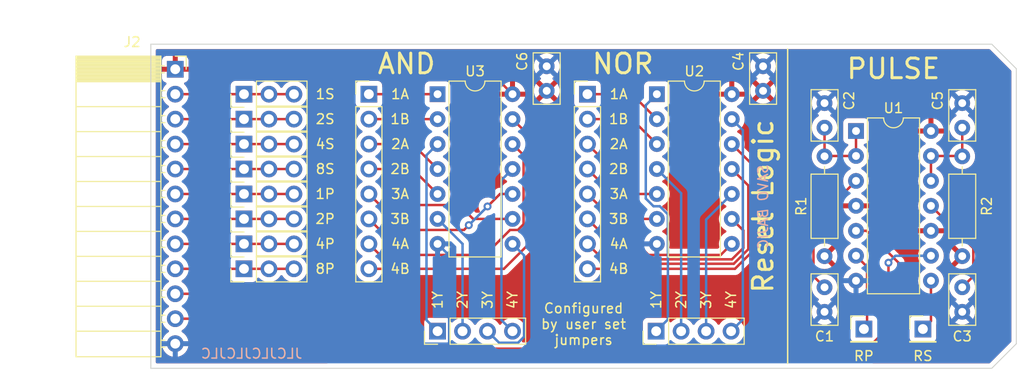
<source format=kicad_pcb>
(kicad_pcb (version 20211014) (generator pcbnew)
  (layers (0 "F.Cu" signal) (31 "B.Cu" signal) (34 "B.Paste" user) (35 "F.Paste" user) (36 "B.SilkS" user "B.Silkscreen") (37 "F.SilkS" user "F.Silkscreen") (38 "B.Mask" user) (39 "F.Mask" user) (44 "Edge.Cuts" user))
  (net 0 "")
  (net 1 "Net-(C3-Pad2)")
  (net 2 "Net-(C5-Pad1)")
  (net 3 "/RS_{OUT}")
  (net 4 "/RP_{OUT}")
  (net 5 "Net-(C1-Pad2)")
  (net 6 "Net-(C2-Pad1)")
  (net 7 "Net-(J14-Pad1)")
  (net 8 "Net-(J14-Pad2)")
  (net 9 "Net-(J14-Pad3)")
  (net 10 "Net-(J14-Pad4)")
  (net 11 "Net-(J14-Pad5)")
  (net 12 "Net-(J14-Pad6)")
  (net 13 "Net-(J14-Pad7)")
  (net 14 "Net-(J14-Pad8)")
  (net 15 "Net-(J15-Pad1)")
  (net 16 "Net-(J15-Pad2)")
  (net 17 "Net-(J12-Pad1)")
  (net 18 "Net-(J12-Pad2)")
  (net 19 "Net-(J12-Pad3)")
  (net 20 "Net-(J12-Pad4)")
  (net 21 "Net-(J12-Pad5)")
  (net 22 "Net-(J12-Pad6)")
  (net 23 "GND")
  (net 24 "VCC")
  (net 25 "/1S")
  (net 26 "/2S")
  (net 27 "/4S")
  (net 28 "/8S")
  (net 29 "/1P")
  (net 30 "/2P")
  (net 31 "Net-(J12-Pad7)")
  (net 32 "Net-(J12-Pad8)")
  (net 33 "/8P")
  (net 34 "/4P")
  (net 35 "Net-(J13-Pad1)")
  (net 36 "Net-(J13-Pad2)")
  (net 37 "Net-(J13-Pad3)")
  (net 38 "Net-(J13-Pad4)")
  (net 39 "/RP_{TRG}")
  (net 40 "/RS_{TRG}")
  (net 41 "Net-(J15-Pad3)")
  (net 42 "Net-(J15-Pad4)")
  (footprint "Connector_PinHeader_2.54mm:PinHeader_1x08_P2.54mm_Vertical" (layer "F.Cu") (at 112.395 85.09)
    (fp_text reference "J12" hide)
    (fp_text value "ORIN" hide)
    (fp_line (start -1.33 19.11) (end 1.33 19.11) (layer "F.SilkS") (width 0.12))
    (fp_line (start -1.33 -1.33) (end 0 -1.33) (layer "F.SilkS") (width 0.12))
    (fp_line (start -1.33 0) (end -1.33 -1.33) (layer "F.SilkS") (width 0.12))
    (fp_line (start -1.33 1.27) (end 1.33 1.27) (layer "F.SilkS") (width 0.12))
    (fp_line (start -1.33 1.27) (end -1.33 19.11) (layer "F.SilkS") (width 0.12))
    (fp_line (start 1.33 1.27) (end 1.33 19.11) (layer "F.SilkS") (width 0.12))
    (pad "1" thru_hole rect locked (at 0 0) (size 1.7 1.7) (drill 1) (layers *.Cu *.Mask) (net 17 "Net-(J12-Pad1)"))
    (pad "2" thru_hole oval locked (at 0 2.54) (size 1.7 1.7) (drill 1) (layers *.Cu *.Mask) (net 18 "Net-(J12-Pad2)"))
    (pad "3" thru_hole oval locked (at 0 5.08) (size 1.7 1.7) (drill 1) (layers *.Cu *.Mask) (net 19 "Net-(J12-Pad3)"))
    (pad "4" thru_hole oval locked (at 0 7.62) (size 1.7 1.7) (drill 1) (layers *.Cu *.Mask) (net 20 "Net-(J12-Pad4)"))
    (pad "5" thru_hole oval locked (at 0 10.16) (size 1.7 1.7) (drill 1) (layers *.Cu *.Mask) (net 21 "Net-(J12-Pad5)"))
    (pad "6" thru_hole oval locked (at 0 12.7) (size 1.7 1.7) (drill 1) (layers *.Cu *.Mask) (net 22 "Net-(J12-Pad6)"))
    (pad "7" thru_hole oval locked (at 0 15.24) (size 1.7 1.7) (drill 1) (layers *.Cu *.Mask) (net 31 "Net-(J12-Pad7)"))
    (pad "8" thru_hole oval locked (at 0 17.78) (size 1.7 1.7) (drill 1) (layers *.Cu *.Mask) (net 32 "Net-(J12-Pad8)"))
  )
  (footprint "Connector_PinHeader_2.54mm:PinHeader_1x08_P2.54mm_Vertical" (layer "F.Cu") (at 90.17 85.09)
    (fp_text reference "J14" hide)
    (fp_text value "ANDIN" hide)
    (fp_line (start -1.33 0) (end -1.33 -1.33) (layer "F.SilkS") (width 0.12))
    (fp_line (start -1.33 -1.33) (end 0 -1.33) (layer "F.SilkS") (width 0.12))
    (fp_line (start 1.33 1.27) (end 1.33 19.11) (layer "F.SilkS") (width 0.12))
    (fp_line (start -1.33 19.11) (end 1.33 19.11) (layer "F.SilkS") (width 0.12))
    (fp_line (start -1.33 1.27) (end 1.33 1.27) (layer "F.SilkS") (width 0.12))
    (fp_line (start -1.33 1.27) (end -1.33 19.11) (layer "F.SilkS") (width 0.12))
    (pad "1" thru_hole rect locked (at 0 0) (size 1.7 1.7) (drill 1) (layers *.Cu *.Mask) (net 7 "Net-(J14-Pad1)"))
    (pad "2" thru_hole oval locked (at 0 2.54) (size 1.7 1.7) (drill 1) (layers *.Cu *.Mask) (net 8 "Net-(J14-Pad2)"))
    (pad "3" thru_hole oval locked (at 0 5.08) (size 1.7 1.7) (drill 1) (layers *.Cu *.Mask) (net 9 "Net-(J14-Pad3)"))
    (pad "4" thru_hole oval locked (at 0 7.62) (size 1.7 1.7) (drill 1) (layers *.Cu *.Mask) (net 10 "Net-(J14-Pad4)"))
    (pad "5" thru_hole oval locked (at 0 10.16) (size 1.7 1.7) (drill 1) (layers *.Cu *.Mask) (net 11 "Net-(J14-Pad5)"))
    (pad "6" thru_hole oval locked (at 0 12.7) (size 1.7 1.7) (drill 1) (layers *.Cu *.Mask) (net 12 "Net-(J14-Pad6)"))
    (pad "7" thru_hole oval locked (at 0 15.24) (size 1.7 1.7) (drill 1) (layers *.Cu *.Mask) (net 13 "Net-(J14-Pad7)"))
    (pad "8" thru_hole oval locked (at 0 17.78) (size 1.7 1.7) (drill 1) (layers *.Cu *.Mask) (net 14 "Net-(J14-Pad8)"))
  )
  (footprint "Connector_PinHeader_2.54mm:PinHeader_1x04_P2.54mm_Vertical" (layer "F.Cu") (at 97.155 109.22 90)
    (fp_text reference "J15" hide)
    (fp_text value "ADDOUT" hide)
    (fp_line (start -1.33 -1.33) (end 0 -1.33) (layer "F.SilkS") (width 0.12))
    (fp_line (start -1.33 1.27) (end -1.33 8.95) (layer "F.SilkS") (width 0.12))
    (fp_line (start -1.33 8.95) (end 1.33 8.95) (layer "F.SilkS") (width 0.12))
    (fp_line (start 1.33 1.27) (end 1.33 8.95) (layer "F.SilkS") (width 0.12))
    (fp_line (start -1.33 0) (end -1.33 -1.33) (layer "F.SilkS") (width 0.12))
    (fp_line (start -1.33 1.27) (end 1.33 1.27) (layer "F.SilkS") (width 0.12))
    (pad "1" thru_hole rect locked (at 0 0 90) (size 1.7 1.7) (drill 1) (layers *.Cu *.Mask) (net 15 "Net-(J15-Pad1)"))
    (pad "2" thru_hole oval locked (at 0 2.54 90) (size 1.7 1.7) (drill 1) (layers *.Cu *.Mask) (net 16 "Net-(J15-Pad2)"))
    (pad "3" thru_hole oval locked (at 0 5.08 90) (size 1.7 1.7) (drill 1) (layers *.Cu *.Mask) (net 41 "Net-(J15-Pad3)"))
    (pad "4" thru_hole oval locked (at 0 7.62 90) (size 1.7 1.7) (drill 1) (layers *.Cu *.Mask) (net 42 "Net-(J15-Pad4)"))
  )
  (footprint "Connector_PinHeader_2.54mm:PinHeader_1x04_P2.54mm_Vertical" (layer "F.Cu") (at 119.38 109.22 90)
    (fp_text reference "J13" hide)
    (fp_text value "NOROUT" hide)
    (fp_line (start -1.33 -1.33) (end 0 -1.33) (layer "F.SilkS") (width 0.12))
    (fp_line (start -1.33 1.27) (end -1.33 8.95) (layer "F.SilkS") (width 0.12))
    (fp_line (start -1.33 8.95) (end 1.33 8.95) (layer "F.SilkS") (width 0.12))
    (fp_line (start -1.33 0) (end -1.33 -1.33) (layer "F.SilkS") (width 0.12))
    (fp_line (start -1.33 1.27) (end 1.33 1.27) (layer "F.SilkS") (width 0.12))
    (fp_line (start 1.33 1.27) (end 1.33 8.95) (layer "F.SilkS") (width 0.12))
    (pad "1" thru_hole rect locked (at 0 0 90) (size 1.7 1.7) (drill 1) (layers *.Cu *.Mask) (net 35 "Net-(J13-Pad1)"))
    (pad "2" thru_hole oval locked (at 0 2.54 90) (size 1.7 1.7) (drill 1) (layers *.Cu *.Mask) (net 36 "Net-(J13-Pad2)"))
    (pad "3" thru_hole oval locked (at 0 5.08 90) (size 1.7 1.7) (drill 1) (layers *.Cu *.Mask) (net 37 "Net-(J13-Pad3)"))
    (pad "4" thru_hole oval locked (at 0 7.62 90) (size 1.7 1.7) (drill 1) (layers *.Cu *.Mask) (net 38 "Net-(J13-Pad4)"))
  )
  (footprint "Connector_PinHeader_2.54mm:PinHeader_1x03_P2.54mm_Vertical" (layer "F.Cu") (at 77.47 85.09 90)
    (fp_text reference "J3" hide)
    (fp_text value "Conn_01x03_Male" hide)
    (fp_line (start -1.33 1.27) (end 1.33 1.27) (layer "F.SilkS") (width 0.12))
    (fp_line (start -1.33 6.41) (end 1.33 6.41) (layer "F.SilkS") (width 0.12))
    (fp_line (start 1.33 1.27) (end 1.33 6.41) (layer "F.SilkS") (width 0.12))
    (fp_line (start -1.33 1.27) (end -1.33 6.41) (layer "F.SilkS") (width 0.12))
    (fp_line (start -1.33 0) (end -1.33 -1.33) (layer "F.SilkS") (width 0.12))
    (fp_line (start -1.33 -1.33) (end 0 -1.33) (layer "F.SilkS") (width 0.12))
    (pad "1" thru_hole rect locked (at 0 0 90) (size 1.7 1.7) (drill 1) (layers *.Cu *.Mask) (net 25 "/1S"))
    (pad "2" thru_hole oval locked (at 0 2.54 90) (size 1.7 1.7) (drill 1) (layers *.Cu *.Mask) (net 25 "/1S"))
    (pad "3" thru_hole oval locked (at 0 5.08 90) (size 1.7 1.7) (drill 1) (layers *.Cu *.Mask) (net 25 "/1S"))
  )
  (footprint "Connector_PinHeader_2.54mm:PinHeader_1x03_P2.54mm_Vertical" (layer "F.Cu") (at 77.47 87.63 90)
    (fp_text reference "J4" hide)
    (fp_text value "Conn_01x03_Male" hide)
    (fp_line (start 1.33 1.27) (end 1.33 6.41) (layer "F.SilkS") (width 0.12))
    (fp_line (start -1.33 1.27) (end 1.33 1.27) (layer "F.SilkS") (width 0.12))
    (fp_line (start -1.33 6.41) (end 1.33 6.41) (layer "F.SilkS") (width 0.12))
    (fp_line (start -1.33 1.27) (end -1.33 6.41) (layer "F.SilkS") (width 0.12))
    (fp_line (start -1.33 0) (end -1.33 -1.33) (layer "F.SilkS") (width 0.12))
    (fp_line (start -1.33 -1.33) (end 0 -1.33) (layer "F.SilkS") (width 0.12))
    (pad "1" thru_hole rect locked (at 0 0 90) (size 1.7 1.7) (drill 1) (layers *.Cu *.Mask) (net 26 "/2S"))
    (pad "2" thru_hole oval locked (at 0 2.54 90) (size 1.7 1.7) (drill 1) (layers *.Cu *.Mask) (net 26 "/2S"))
    (pad "3" thru_hole oval locked (at 0 5.08 90) (size 1.7 1.7) (drill 1) (layers *.Cu *.Mask) (net 26 "/2S"))
  )
  (footprint "Connector_PinHeader_2.54mm:PinHeader_1x03_P2.54mm_Vertical" (layer "F.Cu") (at 77.47 90.17 90)
    (fp_text reference "J5" hide)
    (fp_text value "Conn_01x03_Male" hide)
    (fp_line (start -1.33 1.27) (end 1.33 1.27) (layer "F.SilkS") (width 0.12))
    (fp_line (start -1.33 1.27) (end -1.33 6.41) (layer "F.SilkS") (width 0.12))
    (fp_line (start -1.33 6.41) (end 1.33 6.41) (layer "F.SilkS") (width 0.12))
    (fp_line (start -1.33 -1.33) (end 0 -1.33) (layer "F.SilkS") (width 0.12))
    (fp_line (start -1.33 0) (end -1.33 -1.33) (layer "F.SilkS") (width 0.12))
    (fp_line (start 1.33 1.27) (end 1.33 6.41) (layer "F.SilkS") (width 0.12))
    (pad "1" thru_hole rect locked (at 0 0 90) (size 1.7 1.7) (drill 1) (layers *.Cu *.Mask) (net 27 "/4S"))
    (pad "2" thru_hole oval locked (at 0 2.54 90) (size 1.7 1.7) (drill 1) (layers *.Cu *.Mask) (net 27 "/4S"))
    (pad "3" thru_hole oval locked (at 0 5.08 90) (size 1.7 1.7) (drill 1) (layers *.Cu *.Mask) (net 27 "/4S"))
  )
  (footprint "Connector_PinHeader_2.54mm:PinHeader_1x03_P2.54mm_Vertical" (layer "F.Cu") (at 77.47 92.71 90)
    (fp_text reference "J6" hide)
    (fp_text value "Conn_01x03_Male" hide)
    (fp_line (start -1.33 0) (end -1.33 -1.33) (layer "F.SilkS") (width 0.12))
    (fp_line (start 1.33 1.27) (end 1.33 6.41) (layer "F.SilkS") (width 0.12))
    (fp_line (start -1.33 6.41) (end 1.33 6.41) (layer "F.SilkS") (width 0.12))
    (fp_line (start -1.33 -1.33) (end 0 -1.33) (layer "F.SilkS") (width 0.12))
    (fp_line (start -1.33 1.27) (end 1.33 1.27) (layer "F.SilkS") (width 0.12))
    (fp_line (start -1.33 1.27) (end -1.33 6.41) (layer "F.SilkS") (width 0.12))
    (pad "1" thru_hole rect locked (at 0 0 90) (size 1.7 1.7) (drill 1) (layers *.Cu *.Mask) (net 28 "/8S"))
    (pad "2" thru_hole oval locked (at 0 2.54 90) (size 1.7 1.7) (drill 1) (layers *.Cu *.Mask) (net 28 "/8S"))
    (pad "3" thru_hole oval locked (at 0 5.08 90) (size 1.7 1.7) (drill 1) (layers *.Cu *.Mask) (net 28 "/8S"))
  )
  (footprint "Connector_PinHeader_2.54mm:PinHeader_1x03_P2.54mm_Vertical" (layer "F.Cu") (at 77.47 95.25 90)
    (fp_text reference "J7" hide)
    (fp_text value "Conn_01x03_Male" hide)
    (fp_line (start -1.33 -1.33) (end 0 -1.33) (layer "F.SilkS") (width 0.12))
    (fp_line (start 1.33 1.27) (end 1.33 6.41) (layer "F.SilkS") (width 0.12))
    (fp_line (start -1.33 0) (end -1.33 -1.33) (layer "F.SilkS") (width 0.12))
    (fp_line (start -1.33 1.27) (end -1.33 6.41) (layer "F.SilkS") (width 0.12))
    (fp_line (start -1.33 6.41) (end 1.33 6.41) (layer "F.SilkS") (width 0.12))
    (fp_line (start -1.33 1.27) (end 1.33 1.27) (layer "F.SilkS") (width 0.12))
    (pad "1" thru_hole rect locked (at 0 0 90) (size 1.7 1.7) (drill 1) (layers *.Cu *.Mask) (net 29 "/1P"))
    (pad "2" thru_hole oval locked (at 0 2.54 90) (size 1.7 1.7) (drill 1) (layers *.Cu *.Mask) (net 29 "/1P"))
    (pad "3" thru_hole oval locked (at 0 5.08 90) (size 1.7 1.7) (drill 1) (layers *.Cu *.Mask) (net 29 "/1P"))
  )
  (footprint "Connector_PinHeader_2.54mm:PinHeader_1x03_P2.54mm_Vertical" (layer "F.Cu") (at 77.47 97.79 90)
    (fp_text reference "J8" hide)
    (fp_text value "Conn_01x03_Male" hide)
    (fp_line (start -1.33 0) (end -1.33 -1.33) (layer "F.SilkS") (width 0.12))
    (fp_line (start -1.33 -1.33) (end 0 -1.33) (layer "F.SilkS") (width 0.12))
    (fp_line (start -1.33 6.41) (end 1.33 6.41) (layer "F.SilkS") (width 0.12))
    (fp_line (start -1.33 1.27) (end -1.33 6.41) (layer "F.SilkS") (width 0.12))
    (fp_line (start 1.33 1.27) (end 1.33 6.41) (layer "F.SilkS") (width 0.12))
    (fp_line (start -1.33 1.27) (end 1.33 1.27) (layer "F.SilkS") (width 0.12))
    (pad "1" thru_hole rect locked (at 0 0 90) (size 1.7 1.7) (drill 1) (layers *.Cu *.Mask) (net 30 "/2P"))
    (pad "2" thru_hole oval locked (at 0 2.54 90) (size 1.7 1.7) (drill 1) (layers *.Cu *.Mask) (net 30 "/2P"))
    (pad "3" thru_hole oval locked (at 0 5.08 90) (size 1.7 1.7) (drill 1) (layers *.Cu *.Mask) (net 30 "/2P"))
  )
  (footprint "Connector_PinSocket_2.54mm:PinSocket_1x12_P2.54mm_Horizontal" (layer "F.Cu") (at 70.485 82.55)
    (fp_text reference "J2" (at -4.38 -2.77) (layer "F.SilkS"))
    (fp_text value "DISP")
    (fp_line (start -1.46 5.44) (end -1.05 5.44) (layer "F.SilkS") (width 0.12))
    (fp_line (start -10.09 6.35) (end -1.46 6.35) (layer "F.SilkS") (width 0.12))
    (fp_line (start -10.09 11.43) (end -1.46 11.43) (layer "F.SilkS") (width 0.12))
    (fp_line (start -1.46 2.9) (end -1.05 2.9) (layer "F.SilkS") (width 0.12))
    (fp_line (start -10.09 -0.97381) (end -1.46 -0.97381) (layer "F.SilkS") (width 0.12))
    (fp_line (start -1.46 17.42) (end -1.05 17.42) (layer "F.SilkS") (width 0.12))
    (fp_line (start -10.09 0.67952) (end -1.46 0.67952) (layer "F.SilkS") (width 0.12))
    (fp_line (start -10.09 1.1519) (end -1.46 1.1519) (layer "F.SilkS") (width 0.12))
    (fp_line (start -1.46 9.8) (end -1.05 9.8) (layer "F.SilkS") (width 0.12))
    (fp_line (start -1.46 23.22) (end -1.05 23.22) (layer "F.SilkS") (width 0.12))
    (fp_line (start -10.09 -1.21) (end -1.46 -1.21) (layer "F.SilkS") (width 0.12))
    (fp_line (start -10.09 0.325235) (end -1.46 0.325235) (layer "F.SilkS") (width 0.12))
    (fp_line (start 1.11 -1.33) (end 1.11 0) (layer "F.SilkS") (width 0.12))
    (fp_line (start -1.46 19.96) (end -1.05 19.96) (layer "F.SilkS") (width 0.12))
    (fp_line (start -1.46 27.58) (end -1.05 27.58) (layer "F.SilkS") (width 0.12))
    (fp_line (start -10.09 8.89) (end -1.46 8.89) (layer "F.SilkS") (width 0.12))
    (fp_line (start -1.46 28.3) (end -1.05 28.3) (layer "F.SilkS") (width 0.12))
    (fp_line (start -1.46 10.52) (end -1.05 10.52) (layer "F.SilkS") (width 0.12))
    (fp_line (start -1.46 15.6) (end -1.05 15.6) (layer "F.SilkS") (width 0.12))
    (fp_line (start -10.09 1.033805) (end -1.46 1.033805) (layer "F.SilkS") (width 0.12))
    (fp_line (start 0 -1.33) (end 1.11 -1.33) (layer "F.SilkS") (width 0.12))
    (fp_line (start -10.09 0.91571) (end -1.46 0.91571) (layer "F.SilkS") (width 0.12))
    (fp_line (start -10.09 0.797615) (end -1.46 0.797615) (layer "F.SilkS") (width 0.12))
    (fp_line (start -1.46 13.06) (end -1.05 13.06) (layer "F.SilkS") (width 0.12))
    (fp_line (start -10.09 3.81) (end -1.46 3.81) (layer "F.SilkS") (width 0.12))
    (fp_line (start -1.46 7.98) (end -1.05 7.98) (layer "F.SilkS") (width 0.12))
    (fp_line (start -10.09 21.59) (end -1.46 21.59) (layer "F.SilkS") (width 0.12))
    (fp_line (start -10.09 1.27) (end -1.46 1.27) (layer "F.SilkS") (width 0.12))
    (fp_line (start -1.46 14.88) (end -1.05 14.88) (layer "F.SilkS") (width 0.12))
    (fp_line (start -1.46 12.34) (end -1.05 12.34) (layer "F.SilkS") (width 0.12))
    (fp_line (start -10.09 26.67) (end -1.46 26.67) (layer "F.SilkS") (width 0.12))
    (fp_line (start -10.09 -1.091905) (end -1.46 -1.091905) (layer "F.SilkS") (width 0.12))
    (fp_line (start -1.46 22.5) (end -1.05 22.5) (layer "F.SilkS") (width 0.12))
    (fp_line (start -10.09 0.089045) (end -1.46 0.089045) (layer "F.SilkS") (width 0.12))
    (fp_line (start -1.46 7.26) (end -1.05 7.26) (layer "F.SilkS") (width 0.12))
    (fp_line (start -1.46 25.04) (end -1.05 25.04) (layer "F.SilkS") (width 0.12))
    (fp_line (start -10.09 -0.619525) (end -1.46 -0.619525) (layer "F.SilkS") (width 0.12))
    (fp_line (start -10.09 -1.33) (end -1.46 -1.33) (layer "F.SilkS") (width 0.12))
    (fp_line (start -1.46 20.68) (end -1.05 20.68) (layer "F.SilkS") (width 0.12))
    (fp_line (start -10.09 0.44333) (end -1.46 0.44333) (layer "F.SilkS") (width 0.12))
    (fp_line (start -10.09 -0.73762) (end -1.46 -0.73762) (layer "F.SilkS") (width 0.12))
    (fp_line (start -10.09 -0.855715) (end -1.46 -0.855715) (layer "F.SilkS") (width 0.12))
    (fp_line (start -1.46 0.36) (end -1.11 0.36) (layer "F.SilkS") (width 0.12))
    (fp_line (start -10.09 -0.50143) (end -1.46 -0.50143) (layer "F.SilkS") (width 0.12))
    (fp_line (start -10.09 -0.147145) (end -1.46 -0.147145) (layer "F.SilkS") (width 0.12))
    (fp_line (start -10.09 13.97) (end -1.46 13.97) (layer "F.SilkS") (width 0.12))
    (fp_line (start -10.09 29.27) (end -1.46 29.27) (layer "F.SilkS") (width 0.12))
    (fp_line (start -10.09 -1.33) (end -10.09 29.27) (layer "F.SilkS") (width 0.12))
    (fp_line (start -10.09 16.51) (end -1.46 16.51) (layer "F.SilkS") (width 0.12))
    (fp_line (start -10.09 24.13) (end -1.46 24.13) (layer "F.SilkS") (width 0.12))
    (fp_line (start -10.09 -0.26524) (end -1.46 -0.26524) (layer "F.SilkS") (width 0.12))
    (fp_line (start -10.09 -0.383335) (end -1.46 -0.383335) (layer "F.SilkS") (width 0.12))
    (fp_line (start -1.46 18.14) (end -1.05 18.14) (layer "F.SilkS") (width 0.12))
    (fp_line (start -1.46 -0.36) (end -1.11 -0.36) (layer "F.SilkS") (width 0.12))
    (fp_line (start -1.46 25.76) (end -1.05 25.76) (layer "F.SilkS") (width 0.12))
    (fp_line (start -1.46 2.18) (end -1.05 2.18) (layer "F.SilkS") (width 0.12))
    (fp_line (start -10.09 19.05) (end -1.46 19.05) (layer "F.SilkS") (width 0.12))
    (fp_line (start -1.46 4.72) (end -1.05 4.72) (layer "F.SilkS") (width 0.12))
    (fp_line (start -1.46 -1.33) (end -1.46 29.27) (layer "F.SilkS") (width 0.12))
    (fp_line (start -10.09 -0.02905) (end -1.46 -0.02905) (layer "F.SilkS") (width 0.12))
    (fp_line (start -10.09 0.561425) (end -1.46 0.561425) (layer "F.SilkS") (width 0.12))
    (fp_line (start -10.09 0.20714) (end -1.46 0.20714) (layer "F.SilkS") (width 0.12))
    (pad "1" thru_hole rect locked (at 0 0) (size 1.7 1.7) (drill 1) (layers *.Cu *.Mask) (net 24 "VCC"))
    (pad "2" thru_hole oval locked (at 0 2.54) (size 1.7 1.7) (drill 1) (layers *.Cu *.Mask) (net 25 "/1S"))
    (pad "3" thru_hole oval locked (at 0 5.08) (size 1.7 1.7) (drill 1) (layers *.Cu *.Mask) (net 26 "/2S"))
    (pad "4" thru_hole oval locked (at 0 7.62) (size 1.7 1.7) (drill 1) (layers *.Cu *.Mask) (net 27 "/4S"))
    (pad "5" thru_hole oval locked (at 0 10.16) (size 1.7 1.7) (drill 1) (layers *.Cu *.Mask) (net 28 "/8S"))
    (pad "6" thru_hole oval locked (at 0 12.7) (size 1.7 1.7) (drill 1) (layers *.Cu *.Mask) (net 29 "/1P"))
    (pad "7" thru_hole oval locked (at 0 15.24) (size 1.7 1.7) (drill 1) (layers *.Cu *.Mask) (net 30 "/2P"))
    (pad "8" thru_hole oval locked (at 0 17.78) (size 1.7 1.7) (drill 1) (layers *.Cu *.Mask) (net 34 "/4P"))
    (pad "9" thru_hole oval locked (at 0 20.32) (size 1.7 1.7) (drill 1) (layers *.Cu *.Mask) (net 33 "/8P"))
    (pad "10" thru_hole oval locked (at 0 22.86) (size 1.7 1.7) (drill 1) (layers *.Cu *.Mask) (net 3 "/RS_{OUT}"))
    (pad "11" thru_hole oval locked (at 0 25.4) (size 1.7 1.7) (drill 1) (layers *.Cu *.Mask) (net 4 "/RP_{OUT}"))
    (pad "12" thru_hole oval locked (at 0 27.94) (size 1.7 1.7) (drill 1) (layers *.Cu *.Mask) (net 23 "GND"))
  )
  (footprint "Connector_PinHeader_2.54mm:PinHeader_1x03_P2.54mm_Vertical" (layer "F.Cu") (at 77.47 100.33 90)
    (fp_text reference "J9" hide)
    (fp_text value "Conn_01x03_Male" hide)
    (fp_line (start -1.33 6.41) (end 1.33 6.41) (layer "F.SilkS") (width 0.12))
    (fp_line (start -1.33 -1.33) (end 0 -1.33) (layer "F.SilkS") (width 0.12))
    (fp_line (start 1.33 1.27) (end 1.33 6.41) (layer "F.SilkS") (width 0.12))
    (fp_line (start -1.33 0) (end -1.33 -1.33) (layer "F.SilkS") (width 0.12))
    (fp_line (start -1.33 1.27) (end 1.33 1.27) (layer "F.SilkS") (width 0.12))
    (fp_line (start -1.33 1.27) (end -1.33 6.41) (layer "F.SilkS") (width 0.12))
    (pad "1" thru_hole rect locked (at 0 0 90) (size 1.7 1.7) (drill 1) (layers *.Cu *.Mask) (net 34 "/4P"))
    (pad "2" thru_hole oval locked (at 0 2.54 90) (size 1.7 1.7) (drill 1) (layers *.Cu *.Mask) (net 34 "/4P"))
    (pad "3" thru_hole oval locked (at 0 5.08 90) (size 1.7 1.7) (drill 1) (layers *.Cu *.Mask) (net 34 "/4P"))
  )
  (footprint "Connector_PinHeader_2.54mm:PinHeader_1x03_P2.54mm_Vertical" (layer "F.Cu") (at 77.47 102.87 90)
    (fp_text reference "J10" hide)
    (fp_text value "Conn_01x03_Male" hide)
    (fp_line (start 1.33 1.27) (end 1.33 6.41) (layer "F.SilkS") (width 0.12))
    (fp_line (start -1.33 0) (end -1.33 -1.33) (layer "F.SilkS") (width 0.12))
    (fp_line (start -1.33 6.41) (end 1.33 6.41) (layer "F.SilkS") (width 0.12))
    (fp_line (start -1.33 1.27) (end 1.33 1.27) (layer "F.SilkS") (width 0.12))
    (fp_line (start -1.33 -1.33) (end 0 -1.33) (layer "F.SilkS") (width 0.12))
    (fp_line (start -1.33 1.27) (end -1.33 6.41) (layer "F.SilkS") (width 0.12))
    (pad "1" thru_hole rect locked (at 0 0 90) (size 1.7 1.7) (drill 1) (layers *.Cu *.Mask) (net 33 "/8P"))
    (pad "2" thru_hole oval locked (at 0 2.54 90) (size 1.7 1.7) (drill 1) (layers *.Cu *.Mask) (net 33 "/8P"))
    (pad "3" thru_hole oval locked (at 0 5.08 90) (size 1.7 1.7) (drill 1) (layers *.Cu *.Mask) (net 33 "/8P"))
  )
  (footprint "Package_DIP:DIP-14_W7.62mm" (layer "F.Cu") (at 97.155 85.09)
    (fp_text reference "U3" (at 3.81 -2.33) (layer "F.SilkS"))
    (fp_text value "74LS08")
    (fp_line (start 2.81 -1.33) (end 1.16 -1.33) (layer "F.SilkS") (width 0.12))
    (fp_line (start 6.46 16.57) (end 6.46 -1.33) (layer "F.SilkS") (width 0.12))
    (fp_line (start 1.16 16.57) (end 6.46 16.57) (layer "F.SilkS") (width 0.12))
    (fp_line (start 6.46 -1.33) (end 4.81 -1.33) (layer "F.SilkS") (width 0.12))
    (fp_line (start 1.16 -1.33) (end 1.16 16.57) (layer "F.SilkS") (width 0.12))
    (fp_arc (start 4.81 -1.33) (mid 3.81 -0.33) (end 2.81 -1.33) (layer "F.SilkS") (width 0.12))
    (pad "1" thru_hole rect (at 0 0) (size 1.6 1.6) (drill 0.8) (layers *.Cu *.Mask) (net 7 "Net-(J14-Pad1)"))
    (pad "2" thru_hole oval (at 0 2.54) (size 1.6 1.6) (drill 0.8) (layers *.Cu *.Mask) (net 8 "Net-(J14-Pad2)"))
    (pad "3" thru_hole oval (at 0 5.08) (size 1.6 1.6) (drill 0.8) (layers *.Cu *.Mask) (net 15 "Net-(J15-Pad1)"))
    (pad "4" thru_hole oval (at 0 7.62) (size 1.6 1.6) (drill 0.8) (layers *.Cu *.Mask) (net 9 "Net-(J14-Pad3)"))
    (pad "5" thru_hole oval (at 0 10.16) (size 1.6 1.6) (drill 0.8) (layers *.Cu *.Mask) (net 10 "Net-(J14-Pad4)"))
    (pad "6" thru_hole oval (at 0 12.7) (size 1.6 1.6) (drill 0.8) (layers *.Cu *.Mask) (net 16 "Net-(J15-Pad2)"))
    (pad "7" thru_hole oval (at 0 15.24) (size 1.6 1.6) (drill 0.8) (layers *.Cu *.Mask) (net 23 "GND"))
    (pad "8" thru_hole oval (at 7.62 15.24) (size 1.6 1.6) (drill 0.8) (layers *.Cu *.Mask) (net 41 "Net-(J15-Pad3)"))
    (pad "9" thru_hole oval (at 7.62 12.7) (size 1.6 1.6) (drill 0.8) (layers *.Cu *.Mask) (net 11 "Net-(J14-Pad5)"))
    (pad "10" thru_hole oval (at 7.62 10.16) (size 1.6 1.6) (drill 0.8) (layers *.Cu *.Mask) (net 12 "Net-(J14-Pad6)"))
    (pad "11" thru_hole oval (at 7.62 7.62) (size 1.6 1.6) (drill 0.8) (layers *.Cu *.Mask) (net 42 "Net-(J15-Pad4)"))
    (pad "12" thru_hole oval (at 7.62 5.08) (size 1.6 1.6) (drill 0.8) (layers *.Cu *.Mask) (net 13 "Net-(J14-Pad7)"))
    (pad "13" thru_hole oval (at 7.62 2.54) (size 1.6 1.6) (drill 0.8) (layers *.Cu *.Mask) (net 14 "Net-(J14-Pad8)"))
    (pad "14" thru_hole oval (at 7.62 0) (size 1.6 1.6) (drill 0.8) (layers *.Cu *.Mask) (net 24 "VCC"))
  )
  (footprint "Capacitor_THT:C_Disc_D5.0mm_W2.5mm_P2.50mm" (layer "F.Cu") (at 108.25 84.75 90)
    (fp_text reference "C6" (at 3 -2.5 90) (layer "F.SilkS"))
    (fp_text value "100n")
    (fp_line (start -1.37 1.37) (end 3.87 1.37) (layer "F.SilkS") (width 0.12))
    (fp_line (start -1.37 -1.37) (end 3.87 -1.37) (layer "F.SilkS") (width 0.12))
    (fp_line (start 3.87 -1.37) (end 3.87 1.37) (layer "F.SilkS") (width 0.12))
    (fp_line (start -1.37 -1.37) (end -1.37 1.37) (layer "F.SilkS") (width 0.12))
    (pad "1" thru_hole circle (at 0 0 90) (size 1.6 1.6) (drill 0.8) (layers *.Cu *.Mask) (net 24 "VCC"))
    (pad "2" thru_hole circle (at 2.5 0 90) (size 1.6 1.6) (drill 0.8) (layers *.Cu *.Mask) (net 23 "GND"))
  )
  (footprint "Resistor_THT:R_Axial_DIN0207_L6.3mm_D2.5mm_P10.16mm_Horizontal" (layer "F.Cu") (at 150.5 101.58 90)
    (fp_text reference "R2" (at 5.08 2.5 90) (layer "F.SilkS"))
    (fp_text value "1k")
    (fp_line (start 9.12 0) (end 8.35 0) (layer "F.SilkS") (width 0.12))
    (fp_line (start 8.35 1.37) (end 8.35 -1.37) (layer "F.SilkS") (width 0.12))
    (fp_line (start 1.81 -1.37) (end 1.81 1.37) (layer "F.SilkS") (width 0.12))
    (fp_line (start 1.04 0) (end 1.81 0) (layer "F.SilkS") (width 0.12))
    (fp_line (start 8.35 -1.37) (end 1.81 -1.37) (layer "F.SilkS") (width 0.12))
    (fp_line (start 1.81 1.37) (end 8.35 1.37) (layer "F.SilkS") (width 0.12))
    (pad "1" thru_hole circle (at 0 0 90) (size 1.6 1.6) (drill 0.8) (layers *.Cu *.Mask) (net 24 "VCC"))
    (pad "2" thru_hole oval (at 10.16 0 90) (size 1.6 1.6) (drill 0.8) (layers *.Cu *.Mask) (net 2 "Net-(C5-Pad1)"))
  )
  (footprint "Resistor_THT:R_Axial_DIN0207_L6.3mm_D2.5mm_P10.16mm_Horizontal" (layer "F.Cu") (at 136.5 101.58 90)
    (fp_text reference "R1" (at 5.08 -2.37 90) (layer "F.SilkS"))
    (fp_text value "1k")
    (fp_line (start 8.35 1.37) (end 8.35 -1.37) (layer "F.SilkS") (width 0.12))
    (fp_line (start 1.81 -1.37) (end 1.81 1.37) (layer "F.SilkS") (width 0.12))
    (fp_line (start 1.81 1.37) (end 8.35 1.37) (layer "F.SilkS") (width 0.12))
    (fp_line (start 1.04 0) (end 1.81 0) (layer "F.SilkS") (width 0.12))
    (fp_line (start 8.35 -1.37) (end 1.81 -1.37) (layer "F.SilkS") (width 0.12))
    (fp_line (start 9.12 0) (end 8.35 0) (layer "F.SilkS") (width 0.12))
    (pad "1" thru_hole circle (at 0 0 90) (size 1.6 1.6) (drill 0.8) (layers *.Cu *.Mask) (net 24 "VCC"))
    (pad "2" thru_hole oval (at 10.16 0 90) (size 1.6 1.6) (drill 0.8) (layers *.Cu *.Mask) (net 6 "Net-(C2-Pad1)"))
  )
  (footprint "Capacitor_THT:C_Disc_D5.0mm_W2.5mm_P2.50mm" (layer "F.Cu") (at 136.5 107.25 90)
    (fp_text reference "C1" (at -2.5 0 180) (layer "F.SilkS"))
    (fp_text value "10n")
    (fp_line (start 3.87 -1.37) (end 3.87 1.37) (layer "F.SilkS") (width 0.12))
    (fp_line (start -1.37 -1.37) (end 3.87 -1.37) (layer "F.SilkS") (width 0.12))
    (fp_line (start -1.37 1.37) (end 3.87 1.37) (layer "F.SilkS") (width 0.12))
    (fp_line (start -1.37 -1.37) (end -1.37 1.37) (layer "F.SilkS") (width 0.12))
    (pad "1" thru_hole circle (at 0 0 90) (size 1.6 1.6) (drill 0.8) (layers *.Cu *.Mask) (net 23 "GND"))
    (pad "2" thru_hole circle (at 2.5 0 90) (size 1.6 1.6) (drill 0.8) (layers *.Cu *.Mask) (net 5 "Net-(C1-Pad2)"))
  )
  (footprint "Capacitor_THT:C_Disc_D5.0mm_W2.5mm_P2.50mm" (layer "F.Cu") (at 130.25 84.75 90)
    (fp_text reference "C4" (at 3 -2.5 90) (layer "F.SilkS"))
    (fp_text value "100n")
    (fp_line (start -1.37 -1.37) (end 3.87 -1.37) (layer "F.SilkS") (width 0.12))
    (fp_line (start 3.87 -1.37) (end 3.87 1.37) (layer "F.SilkS") (width 0.12))
    (fp_line (start -1.37 1.37) (end 3.87 1.37) (layer "F.SilkS") (width 0.12))
    (fp_line (start -1.37 -1.37) (end -1.37 1.37) (layer "F.SilkS") (width 0.12))
    (pad "1" thru_hole circle (at 0 0 90) (size 1.6 1.6) (drill 0.8) (layers *.Cu *.Mask) (net 24 "VCC"))
    (pad "2" thru_hole circle (at 2.5 0 90) (size 1.6 1.6) (drill 0.8) (layers *.Cu *.Mask) (net 23 "GND"))
  )
  (footprint "Connector_PinHeader_2.54mm:PinHeader_1x01_P2.54mm_Vertical" (layer "F.Cu") (at 146.5 109)
    (fp_text reference "J11")
    (fp_text value "RS_{TRIGGER}")
    (fp_line (start -1.33 1.27) (end -1.33 1.33) (layer "F.SilkS") (width 0.12))
    (fp_line (start -1.33 0) (end -1.33 -1.33) (layer "F.SilkS") (width 0.12))
    (fp_line (start -1.33 -1.33) (end 0 -1.33) (layer "F.SilkS") (width 0.12))
    (fp_line (start -1.33 1.33) (end 1.33 1.33) (layer "F.SilkS") (width 0.12))
    (fp_line (start 1.33 1.27) (end 1.33 1.33) (layer "F.SilkS") (width 0.12))
    (fp_line (start -1.33 1.27) (end 1.33 1.27) (layer "F.SilkS") (width 0.12))
    (pad "1" thru_hole rect (at 0 0) (size 1.7 1.7) (drill 1) (layers *.Cu *.Mask) (net 40 "/RS_{TRG}"))
  )
  (footprint "Capacitor_THT:C_Disc_D5.0mm_W2.5mm_P2.50mm" (layer "F.Cu") (at 136.5 88.5 90)
    (fp_text reference "C2" (at 2.75 2.5 90) (layer "F.SilkS"))
    (fp_text value "47n")
    (fp_line (start -1.37 1.37) (end 3.87 1.37) (layer "F.SilkS") (width 0.12))
    (fp_line (start 3.87 -1.37) (end 3.87 1.37) (layer "F.SilkS") (width 0.12))
    (fp_line (start -1.37 -1.37) (end 3.87 -1.37) (layer "F.SilkS") (width 0.12))
    (fp_line (start -1.37 -1.37) (end -1.37 1.37) (layer "F.SilkS") (width 0.12))
    (pad "1" thru_hole circle (at 0 0 90) (size 1.6 1.6) (drill 0.8) (layers *.Cu *.Mask) (net 6 "Net-(C2-Pad1)"))
    (pad "2" thru_hole circle (at 2.5 0 90) (size 1.6 1.6) (drill 0.8) (layers *.Cu *.Mask) (net 23 "GND"))
  )
  (footprint "Capacitor_THT:C_Disc_D5.0mm_W2.5mm_P2.50mm" (layer "F.Cu") (at 150.5 107.25 90)
    (fp_text reference "C3" (at -2.5 0 180) (layer "F.SilkS"))
    (fp_text value "10n")
    (fp_line (start -1.37 -1.37) (end -1.37 1.37) (layer "F.SilkS") (width 0.12))
    (fp_line (start -1.37 -1.37) (end 3.87 -1.37) (layer "F.SilkS") (width 0.12))
    (fp_line (start 3.87 -1.37) (end 3.87 1.37) (layer "F.SilkS") (width 0.12))
    (fp_line (start -1.37 1.37) (end 3.87 1.37) (layer "F.SilkS") (width 0.12))
    (pad "1" thru_hole circle (at 0 0 90) (size 1.6 1.6) (drill 0.8) (layers *.Cu *.Mask) (net 23 "GND"))
    (pad "2" thru_hole circle (at 2.5 0 90) (size 1.6 1.6) (drill 0.8) (layers *.Cu *.Mask) (net 1 "Net-(C3-Pad2)"))
  )
  (footprint "Package_DIP:DIP-14_W7.62mm" (layer "F.Cu") (at 119.45 85.09)
    (fp_text reference "U2" (at 3.81 -2.33) (layer "F.SilkS"))
    (fp_text value "74LS02")
    (fp_line (start 1.16 16.57) (end 6.46 16.57) (layer "F.SilkS") (width 0.12))
    (fp_line (start 1.16 -1.33) (end 1.16 16.57) (layer "F.SilkS") (width 0.12))
    (fp_line (start 6.46 16.57) (end 6.46 -1.33) (layer "F.SilkS") (width 0.12))
    (fp_line (start 2.81 -1.33) (end 1.16 -1.33) (layer "F.SilkS") (width 0.12))
    (fp_line (start 6.46 -1.33) (end 4.81 -1.33) (layer "F.SilkS") (width 0.12))
    (fp_arc (start 4.81 -1.33) (mid 3.81 -0.33) (end 2.81 -1.33) (layer "F.SilkS") (width 0.12))
    (pad "1" thru_hole rect (at 0 0) (size 1.6 1.6) (drill 0.8) (layers *.Cu *.Mask) (net 35 "Net-(J13-Pad1)"))
    (pad "2" thru_hole oval (at 0 2.54) (size 1.6 1.6) (drill 0.8) (layers *.Cu *.Mask) (net 17 "Net-(J12-Pad1)"))
    (pad "3" thru_hole oval (at 0 5.08) (size 1.6 1.6) (drill 0.8) (layers *.Cu *.Mask) (net 18 "Net-(J12-Pad2)"))
    (pad "4" thru_hole oval (at 0 7.62) (size 1.6 1.6) (drill 0.8) (layers *.Cu *.Mask) (net 36 "Net-(J13-Pad2)"))
    (pad "5" thru_hole oval (at 0 10.16) (size 1.6 1.6) (drill 0.8) (layers *.Cu *.Mask) (net 19 "Net-(J12-Pad3)"))
    (pad "6" thru_hole oval (at 0 12.7) (size 1.6 1.6) (drill 0.8) (layers *.Cu *.Mask) (net 20 "Net-(J12-Pad4)"))
    (pad "7" thru_hole oval (at 0 15.24) (size 1.6 1.6) (drill 0.8) (layers *.Cu *.Mask) (net 23 "GND"))
    (pad "8" thru_hole oval (at 7.62 15.24) (size 1.6 1.6) (drill 0.8) (layers *.Cu *.Mask) (net 21 "Net-(J12-Pad5)"))
    (pad "9" thru_hole oval (at 7.62 12.7) (size 1.6 1.6) (drill 0.8) (layers *.Cu *.Mask) (net 22 "Net-(J12-Pad6)"))
    (pad "10" thru_hole oval (at 7.62 10.16) (size 1.6 1.6) (drill 0.8) (layers *.Cu *.Mask) (net 37 "Net-(J13-Pad3)"))
    (pad "11" thru_hole oval (at 7.62 7.62) (size 1.6 1.6) (drill 0.8) (layers *.Cu *.Mask) (net 31 "Net-(J12-Pad7)"))
    (pad "12" thru_hole oval (at 7.62 5.08) (size 1.6 1.6) (drill 0.8) (layers *.Cu *.Mask) (net 32 "Net-(J12-Pad8)"))
    (pad "13" thru_hole oval (at 7.62 2.54) (size 1.6 1.6) (drill 0.8) (layers *.Cu *.Mask) (net 38 "Net-(J13-Pad4)"))
    (pad "14" thru_hole oval (at 7.62 0) (size 1.6 1.6) (drill 0.8) (layers *.Cu *.Mask) (net 24 "VCC"))
  )
  (footprint "Capacitor_THT:C_Disc_D5.0mm_W2.5mm_P2.50mm" (layer "F.Cu") (at 150.5 88.5 90)
    (fp_text reference "C5" (at 2.75 -2.5 90) (layer "F.SilkS"))
    (fp_text value "47n")
    (fp_line (start -1.37 1.37) (end 3.87 1.37) (layer "F.SilkS") (width 0.12))
    (fp_line (start -1.37 -1.37) (end -1.37 1.37) (layer "F.SilkS") (width 0.12))
    (fp_line (start 3.87 -1.37) (end 3.87 1.37) (layer "F.SilkS") (width 0.12))
    (fp_line (start -1.37 -1.37) (end 3.87 -1.37) (layer "F.SilkS") (width 0.12))
    (pad "1" thru_hole circle (at 0 0 90) (size 1.6 1.6) (drill 0.8) (layers *.Cu *.Mask) (net 2 "Net-(C5-Pad1)"))
    (pad "2" thru_hole circle (at 2.5 0 90) (size 1.6 1.6) (drill 0.8) (layers *.Cu *.Mask) (net 23 "GND"))
  )
  (footprint "Connector_PinHeader_2.54mm:PinHeader_1x01_P2.54mm_Vertical" (layer "F.Cu") (at 140.5 109)
    (fp_text reference "J1")
    (fp_text value "RP_{TRIGGER}")
    (fp_line (start -1.33 0) (end -1.33 -1.33) (layer "F.SilkS") (width 0.12))
    (fp_line (start -1.33 1.27) (end -1.33 1.33) (layer "F.SilkS") (width 0.12))
    (fp_line (start -1.33 1.33) (end 1.33 1.33) (layer "F.SilkS") (width 0.12))
    (fp_line (start -1.33 -1.33) (end 0 -1.33) (layer "F.SilkS") (width 0.12))
    (fp_line (start 1.33 1.27) (end 1.33 1.33) (layer "F.SilkS") (width 0.12))
    (fp_line (start -1.33 1.27) (end 1.33 1.27) (layer "F.SilkS") (width 0.12))
    (pad "1" thru_hole rect (at 0 0) (size 1.7 1.7) (drill 1) (layers *.Cu *.Mask) (net 39 "/RP_{TRG}"))
  )
  (footprint "Package_DIP:DIP-14_W7.62mm" (layer "F.Cu") (at 139.7 88.84)
    (fp_text reference "U1" (at 3.81 -2.33) (layer "F.SilkS"))
    (fp_text value "NE556")
    (fp_line (start 1.16 16.57) (end 6.46 16.57) (layer "F.SilkS") (width 0.12))
    (fp_line (start 1.16 -1.33) (end 1.16 16.57) (layer "F.SilkS") (width 0.12))
    (fp_line (start 6.46 16.57) (end 6.46 -1.33) (layer "F.SilkS") (width 0.12))
    (fp_line (start 2.81 -1.33) (end 1.16 -1.33) (layer "F.SilkS") (width 0.12))
    (fp_line (start 6.46 -1.33) (end 4.81 -1.33) (layer "F.SilkS") (width 0.12))
    (fp_arc (start 4.81 -1.33) (mid 3.81 -0.33) (end 2.81 -1.33) (layer "F.SilkS") (width 0.12))
    (pad "1" thru_hole rect (at 0 0) (size 1.6 1.6) (drill 0.8) (layers *.Cu *.Mask) (net 6 "Net-(C2-Pad1)"))
    (pad "2" thru_hole oval (at 0 2.54) (size 1.6 1.6) (drill 0.8) (layers *.Cu *.Mask) (net 6 "Net-(C2-Pad1)"))
    (pad "3" thru_hole oval (at 0 5.08) (size 1.6 1.6) (drill 0.8) (layers *.Cu *.Mask) (net 5 "Net-(C1-Pad2)"))
    (pad "4" thru_hole oval (at 0 7.62) (size 1.6 1.6) (drill 0.8) (layers *.Cu *.Mask) (net 24 "VCC"))
    (pad "5" thru_hole oval (at 0 10.16) (size 1.6 1.6) (drill 0.8) (layers *.Cu *.Mask) (net 4 "/RP_{OUT}"))
    (pad "6" thru_hole oval (at 0 12.7) (size 1.6 1.6) (drill 0.8) (layers *.Cu *.Mask) (net 39 "/RP_{TRG}"))
    (pad "7" thru_hole oval (at 0 15.24) (size 1.6 1.6) (drill 0.8) (layers *.Cu *.Mask) (net 23 "GND"))
    (pad "8" thru_hole oval (at 7.62 15.24) (size 1.6 1.6) (drill 0.8) (layers *.Cu *.Mask) (net 40 "/RS_{TRG}"))
    (pad "9" thru_hole oval (at 7.62 12.7) (size 1.6 1.6) (drill 0.8) (layers *.Cu *.Mask) (net 3 "/RS_{OUT}"))
    (pad "10" thru_hole oval (at 7.62 10.16) (size 1.6 1.6) (drill 0.8) (layers *.Cu *.Mask) (net 24 "VCC"))
    (pad "11" thru_hole oval (at 7.62 7.62) (size 1.6 1.6) (drill 0.8) (layers *.Cu *.Mask) (net 1 "Net-(C3-Pad2)"))
    (pad "12" thru_hole oval (at 7.62 5.08) (size 1.6 1.6) (drill 0.8) (layers *.Cu *.Mask) (net 2 "Net-(C5-Pad1)"))
    (pad "13" thru_hole oval (at 7.62 2.54) (size 1.6 1.6) (drill 0.8) (layers *.Cu *.Mask) (net 2 "Net-(C5-Pad1)"))
    (pad "14" thru_hole oval (at 7.62 0) (size 1.6 1.6) (drill 0.8) (layers *.Cu *.Mask) (net 24 "VCC"))
  )
  (gr_line (start 132.75 80.5) (end 132.75 112.5) (layer "F.SilkS") (width 0.15))
  (gr_line (start 156 82.5) (end 156 110.5) (layer "Edge.Cuts") (width 0.1))
  (gr_line (start 68 80) (end 68 113) (layer "Edge.Cuts") (width 0.1))
  (gr_line (start 153.5 80) (end 156 82.5) (layer "Edge.Cuts") (width 0.1))
  (gr_line (start 68 80) (end 153.5 80) (layer "Edge.Cuts") (width 0.1))
  (gr_line (start 68 113) (end 153.5 113) (layer "Edge.Cuts") (width 0.1))
  (gr_line (start 153.5 113) (end 156 110.5) (layer "Edge.Cuts") (width 0.1))
  (gr_text "SAVO BAJIC" (at 130.25 96.5 90) (layer "B.SilkS") (effects (font (size 1 1) (thickness 0.15) italic) (justify mirror)))
  (gr_text "JLCJLCJLCJLC" (at 78.25 111.5) (layer "B.SilkS") (effects (font (size 1 1)) (justify mirror)))
  (gr_text "3B" (at 115.57 97.79) (layer "F.SilkS") (effects (font (size 1 1))))
  (gr_text "2A" (at 115.57 90.17) (layer "F.SilkS") (effects (font (size 1 1))))
  (gr_text "1B" (at 115.57 87.63) (layer "F.SilkS") (effects (font (size 1 1))))
  (gr_text "3A" (at 115.57 95.25) (layer "F.SilkS") (effects (font (size 1 1))))
  (gr_text "4A" (at 115.57 100.33) (layer "F.SilkS") (effects (font (size 1 1))))
  (gr_text "1A" (at 115.57 85.09) (layer "F.SilkS") (effects (font (size 1 1))))
  (gr_text "2B" (at 115.57 92.71) (layer "F.SilkS") (effects (font (size 1 1))))
  (gr_text "4B" (at 115.57 102.87) (layer "F.SilkS") (effects (font (size 1 1))))
  (gr_text "3Y" (at 124.46 106.045 90) (layer "F.SilkS") (effects (font (size 1 1))))
  (gr_text "2Y" (at 121.92 106.045 90) (layer "F.SilkS") (effects (font (size 1 1))))
  (gr_text "4Y" (at 127 106.045 90) (layer "F.SilkS") (effects (font (size 1 1))))
  (gr_text "1Y" (at 119.38 106.045 90) (layer "F.SilkS") (effects (font (size 1 1))))
  (gr_text "1A" (at 93.345 85.09) (layer "F.SilkS") (effects (font (size 1 1))))
  (gr_text "3B" (at 93.345 97.79) (layer "F.SilkS") (effects (font (size 1 1))))
  (gr_text "1P" (at 85.725 95.25) (layer "F.SilkS") (effects (font (size 1 1))))
  (gr_text "RP" (at 140.5 111.75) (layer "F.SilkS") (effects (font (size 1 1))))
  (gr_text "AND" (at 94 82) (layer "F.SilkS") (effects (font (size 2 2) (thickness 0.3))))
  (gr_text "2Y" (at 99.695 106.045 90) (layer "F.SilkS") (effects (font (size 1 1))))
  (gr_text "1S" (at 85.725 85.09) (layer "F.SilkS") (effects (font (size 1 1))))
  (gr_text "4P" (at 85.725 100.33) (layer "F.SilkS") (effects (font (size 1 1))))
  (gr_text "1Y" (at 97.155 106.045 90) (layer "F.SilkS") (effects (font (size 1 1))))
  (gr_text "2A" (at 93.345 90.17) (layer "F.SilkS") (effects (font (size 1 1))))
  (gr_text "Reset Logic" (at 130.25 96.5 90) (layer "F.SilkS") (effects (font (size 2 2) (thickness 0.3))))
  (gr_text "Configured\nby user set\njumpers" (at 112 108.5) (layer "F.SilkS") (effects (font (size 1 1))))
  (gr_text "PULSE" (at 143.5 82.5) (layer "F.SilkS") (effects (font (size 2 2) (thickness 0.3))))
  (gr_text "4S" (at 85.725 90.17) (layer "F.SilkS") (effects (font (size 1 1))))
  (gr_text "RS" (at 146.5 111.75) (layer "F.SilkS") (effects (font (size 1 1))))
  (gr_text "2P" (at 85.725 97.79) (layer "F.SilkS") (effects (font (size 1 1))))
  (gr_text "2S" (at 85.725 87.63) (layer "F.SilkS") (effects (font (size 1 1))))
  (gr_text "4A" (at 93.345 100.33) (layer "F.SilkS") (effects (font (size 1 1))))
  (gr_text "3A" (at 93.345 95.25) (layer "F.SilkS") (effects (font (size 1 1))))
  (gr_text "4B" (at 93.345 102.87) (layer "F.SilkS") (effects (font (size 1 1))))
  (gr_text "3Y" (at 102.235 106.045 90) (layer "F.SilkS") (effects (font (size 1 1))))
  (gr_text "8S" (at 85.725 92.71) (layer "F.SilkS") (effects (font (size 1 1))))
  (gr_text "2B" (at 93.345 92.71) (layer "F.SilkS") (effects (font (size 1 1))))
  (gr_text "4Y" (at 104.775 106.045 90) (layer "F.SilkS") (effects (font (size 1 1))))
  (gr_text "8P" (at 85.725 102.87) (layer "F.SilkS") (effects (font (size 1 1))))
  (gr_text "NOR" (at 116 82) (layer "F.SilkS") (effects (font (size 2 2) (thickness 0.3))))
  (gr_text "1B" (at 93.345 87.63) (layer "F.SilkS") (effects (font (size 1 1))))
  (segment (start 151.624511 100.764511) (end 147.32 96.46) (width 0.25) (layer "F.Cu") (net 1))
  (segment (start 150.5 104.75) (end 151.624511 103.625489) (width 0.25) (layer "F.Cu") (net 1))
  (segment (start 151.624511 103.625489) (end 151.624511 100.764511) (width 0.25) (layer "F.Cu") (net 1))
  (segment (start 147.32 91.38) (end 150.46 91.38) (width 0.25) (layer "F.Cu") (net 2))
  (segment (start 147.32 93.92) (end 147.32 91.38) (width 0.25) (layer "F.Cu") (net 2))
  (segment (start 150.5 91.42) (end 150.5 88.5) (width 0.25) (layer "F.Cu") (net 2))
  (segment (start 150.46 91.38) (end 150.5 91.42) (width 0.25) (layer "F.Cu") (net 2))
  (segment (start 143 108.849022) (end 140.849022 111) (width 0.25) (layer "F.Cu") (net 3))
  (segment (start 143 102.25) (end 143 108.849022) (width 0.25) (layer "F.Cu") (net 3))
  (segment (start 88.14 111) (end 82.55 105.41) (width 0.25) (layer "F.Cu") (net 3))
  (segment (start 82.55 105.41) (end 70.485 105.41) (width 0.25) (layer "F.Cu") (net 3))
  (segment (start 140.849022 111) (end 88.14 111) (width 0.25) (layer "F.Cu") (net 3))
  (via (at 143 102.25) (size 0.8) (drill 0.4) (layers "F.Cu" "B.Cu") (net 3))
  (segment (start 143.71 101.54) (end 143 102.25) (width 0.25) (layer "B.Cu") (net 3))
  (segment (start 147.32 101.54) (end 143.71 101.54) (width 0.25) (layer "B.Cu") (net 3))
  (segment (start 141 111.75) (end 144 108.75) (width 0.25) (layer "F.Cu") (net 4))
  (segment (start 82.55 107.95) (end 86.35 111.75) (width 0.25) (layer "F.Cu") (net 4))
  (segment (start 144 102.225386) (end 140.774614 99) (width 0.25) (layer "F.Cu") (net 4))
  (segment (start 70.485 107.95) (end 82.55 107.95) (width 0.25) (layer "F.Cu") (net 4))
  (segment (start 86.35 111.75) (end 141 111.75) (width 0.25) (layer "F.Cu") (net 4))
  (segment (start 144 108.75) (end 144 102.225386) (width 0.25) (layer "F.Cu") (net 4))
  (segment (start 140.774614 99) (end 139.7 99) (width 0.25) (layer "F.Cu") (net 4))
  (segment (start 135.375489 98.244511) (end 139.7 93.92) (width 0.25) (layer "F.Cu") (net 5))
  (segment (start 135.375489 103.625489) (end 135.375489 98.244511) (width 0.25) (layer "F.Cu") (net 5))
  (segment (start 136.5 104.75) (end 135.375489 103.625489) (width 0.25) (layer "F.Cu") (net 5))
  (segment (start 139.7 91.38) (end 139.7 88.84) (width 0.25) (layer "F.Cu") (net 6))
  (segment (start 139.7 91.38) (end 136.54 91.38) (width 0.25) (layer "F.Cu") (net 6))
  (segment (start 136.5 88.5) (end 136.5 91.42) (width 0.25) (layer "F.Cu") (net 6))
  (segment (start 136.54 91.38) (end 136.5 91.42) (width 0.25) (layer "F.Cu") (net 6))
  (segment (start 90.17 85.09) (end 97.155 85.09) (width 0.25) (layer "F.Cu") (net 7))
  (segment (start 90.17 87.63) (end 97.155 87.63) (width 0.25) (layer "F.Cu") (net 8))
  (segment (start 90.17 90.17) (end 94.615 90.17) (width 0.25) (layer "F.Cu") (net 9))
  (segment (start 94.615 90.17) (end 97.155 92.71) (width 0.25) (layer "F.Cu") (net 9))
  (segment (start 90.17 92.71) (end 94.615 92.71) (width 0.25) (layer "F.Cu") (net 10))
  (segment (start 94.615 92.71) (end 97.155 95.25) (width 0.25) (layer "F.Cu") (net 10))
  (segment (start 91.295001 96.375001) (end 90.17 95.25) (width 0.25) (layer "F.Cu") (net 11))
  (segment (start 104.775 97.79) (end 100.768002 97.79) (width 0.25) (layer "F.Cu") (net 11))
  (segment (start 99.353003 96.375001) (end 91.295001 96.375001) (width 0.25) (layer "F.Cu") (net 11))
  (segment (start 100.768002 97.79) (end 99.353003 96.375001) (width 0.25) (layer "F.Cu") (net 11))
  (segment (start 91.295001 98.915001) (end 99.839999 98.915001) (width 0.25) (layer "F.Cu") (net 12))
  (segment (start 103.505 95.25) (end 104.775 95.25) (width 0.25) (layer "F.Cu") (net 12))
  (segment (start 99.839999 98.915001) (end 100.33 98.425) (width 0.25) (layer "F.Cu") (net 12))
  (segment (start 90.17 97.79) (end 91.295001 98.915001) (width 0.25) (layer "F.Cu") (net 12))
  (segment (start 102.235 96.52) (end 103.505 95.25) (width 0.25) (layer "F.Cu") (net 12))
  (via (at 100.33 98.425) (size 0.8) (drill 0.4) (layers "F.Cu" "B.Cu") (net 12))
  (via (at 102.235 96.52) (size 0.8) (drill 0.4) (layers "F.Cu" "B.Cu") (net 12))
  (segment (start 100.33 98.425) (end 102.235 96.52) (width 0.25) (layer "B.Cu") (net 12))
  (segment (start 90.17 100.33) (end 91.295001 101.455001) (width 0.25) (layer "F.Cu") (net 13))
  (segment (start 105.900001 91.295001) (end 104.775 90.17) (width 0.25) (layer "F.Cu") (net 13))
  (segment (start 101.984997 101.455001) (end 104.524997 98.915001) (width 0.25) (layer "F.Cu") (net 13))
  (segment (start 105.315001 98.915001) (end 105.900001 98.330001) (width 0.25) (layer "F.Cu") (net 13))
  (segment (start 104.524997 98.915001) (end 105.315001 98.915001) (width 0.25) (layer "F.Cu") (net 13))
  (segment (start 105.900001 98.330001) (end 105.900001 91.295001) (width 0.25) (layer "F.Cu") (net 13))
  (segment (start 91.295001 101.455001) (end 101.984997 101.455001) (width 0.25) (layer "F.Cu") (net 13))
  (segment (start 106.35001 100.419992) (end 106.35001 89.20501) (width 0.25) (layer "F.Cu") (net 14))
  (segment (start 103.900002 102.87) (end 106.35001 100.419992) (width 0.25) (layer "F.Cu") (net 14))
  (segment (start 90.17 102.87) (end 103.900002 102.87) (width 0.25) (layer "F.Cu") (net 14))
  (segment (start 106.35001 89.20501) (end 104.775 87.63) (width 0.25) (layer "F.Cu") (net 14))
  (segment (start 97.155 90.17) (end 96.029999 91.295001) (width 0.25) (layer "B.Cu") (net 15))
  (segment (start 96.029999 108.094999) (end 97.155 109.22) (width 0.25) (layer "B.Cu") (net 15))
  (segment (start 96.029999 91.295001) (end 96.029999 108.094999) (width 0.25) (layer "B.Cu") (net 15))
  (segment (start 99.695 109.22) (end 99.695 100.33) (width 0.25) (layer "B.Cu") (net 16))
  (segment (start 99.695 100.33) (end 97.155 97.79) (width 0.25) (layer "B.Cu") (net 16))
  (segment (start 112.395 85.09) (end 116.91 85.09) (width 0.25) (layer "F.Cu") (net 17))
  (segment (start 116.91 85.09) (end 119.45 87.63) (width 0.25) (layer "F.Cu") (net 17))
  (segment (start 116.91 87.63) (end 119.45 90.17) (width 0.25) (layer "F.Cu") (net 18))
  (segment (start 112.395 87.63) (end 116.91 87.63) (width 0.25) (layer "F.Cu") (net 18))
  (segment (start 119.45 95.25) (end 117.475 95.25) (width 0.25) (layer "F.Cu") (net 19))
  (segment (start 117.475 95.25) (end 112.395 90.17) (width 0.25) (layer "F.Cu") (net 19))
  (segment (start 119.45 97.79) (end 117.475 97.79) (width 0.25) (layer "F.Cu") (net 20))
  (segment (start 117.475 97.79) (end 112.395 92.71) (width 0.25) (layer "F.Cu") (net 20))
  (segment (start 125.945489 101.454511) (end 127.07 100.33) (width 0.25) (layer "F.Cu") (net 21))
  (segment (start 118.599511 101.454511) (end 125.945489 101.454511) (width 0.25) (layer "F.Cu") (net 21))
  (segment (start 112.395 95.25) (end 118.599511 101.454511) (width 0.25) (layer "F.Cu") (net 21))
  (segment (start 128.25 100.7403) (end 128.25 98.97) (width 0.25) (layer "F.Cu") (net 22))
  (segment (start 116.509031 101.904031) (end 127.086269 101.904031) (width 0.25) (layer "F.Cu") (net 22))
  (segment (start 128.25 98.97) (end 127.07 97.79) (width 0.25) (layer "F.Cu") (net 22))
  (segment (start 112.395 97.79) (end 116.509031 101.904031) (width 0.25) (layer "F.Cu") (net 22))
  (segment (start 127.086269 101.904031) (end 128.25 100.7403) (width 0.25) (layer "F.Cu") (net 22))
  (segment (start 98.329511 101.504511) (end 97.155 100.33) (width 0.25) (layer "B.Cu") (net 23))
  (segment (start 70.485 110.49) (end 98.234022 110.49) (width 0.25) (layer "B.Cu") (net 23))
  (segment (start 98.234022 110.49) (end 98.329511 110.394511) (width 0.25) (layer "B.Cu") (net 23))
  (segment (start 98.329511 110.394511) (end 98.329511 101.504511) (width 0.25) (layer "B.Cu") (net 23))
  (segment (start 102.235 82.55) (end 104.775 85.09) (width 0.25) (layer "F.Cu") (net 24))
  (segment (start 70.485 82.55) (end 101.6 82.55) (width 0.25) (layer "F.Cu") (net 24))
  (segment (start 101.6 82.55) (end 102.235 82.55) (width 0.25) (layer "F.Cu") (net 24))
  (segment (start 80.01 85.09) (end 82.55 85.09) (width 0.25) (layer "F.Cu") (net 25))
  (segment (start 77.215002 85.09) (end 77.47 85.09) (width 0.25) (layer "F.Cu") (net 25))
  (segment (start 77.47 85.09) (end 80.01 85.09) (width 0.25) (layer "F.Cu") (net 25))
  (segment (start 70.485 85.09) (end 77.215002 85.09) (width 0.25) (layer "F.Cu") (net 25))
  (segment (start 70.485 87.63) (end 77.47 87.63) (width 0.25) (layer "F.Cu") (net 26))
  (segment (start 82.55 87.63) (end 80.01 87.63) (width 0.25) (layer "F.Cu") (net 26))
  (segment (start 77.47 87.63) (end 80.01 87.63) (width 0.25) (layer "F.Cu") (net 26))
  (segment (start 77.47 90.17) (end 80.01 90.17) (width 0.25) (layer "F.Cu") (net 27))
  (segment (start 80.01 90.17) (end 82.55 90.17) (width 0.25) (layer "F.Cu") (net 27))
  (segment (start 77.47 90.17) (end 70.485 90.17) (width 0.25) (layer "F.Cu") (net 27))
  (segment (start 70.485 92.71) (end 77.47 92.71) (width 0.25) (layer "F.Cu") (net 28))
  (segment (start 82.55 92.71) (end 80.01 92.71) (width 0.25) (layer "F.Cu") (net 28))
  (segment (start 80.01 92.71) (end 77.47 92.71) (width 0.25) (layer "F.Cu") (net 28))
  (segment (start 77.47 95.25) (end 70.485 95.25) (width 0.25) (layer "F.Cu") (net 29))
  (segment (start 77.47 95.25) (end 80.01 95.25) (width 0.25) (layer "F.Cu") (net 29))
  (segment (start 82.55 95.25) (end 80.01 95.25) (width 0.25) (layer "F.Cu") (net 29))
  (segment (start 70.485 97.79) (end 77.47 97.79) (width 0.25) (layer "F.Cu") (net 30))
  (segment (start 80.01 97.79) (end 82.55 97.79) (width 0.25) (layer "F.Cu") (net 30))
  (segment (start 77.47 97.79) (end 80.01 97.79) (width 0.25) (layer "F.Cu") (net 30))
  (segment (start 128.75 94.39) (end 127.07 92.71) (width 0.25) (layer "F.Cu") (net 31))
  (segment (start 114.418551 102.353551) (end 127.272467 102.353551) (width 0.25) (layer "F.Cu") (net 31))
  (segment (start 112.395 100.33) (end 114.418551 102.353551) (width 0.25) (layer "F.Cu") (net 31))
  (segment (start 128.75 100.876017) (end 128.75 94.39) (width 0.25) (layer "F.Cu") (net 31))
  (segment (start 127.272467 102.353551) (end 128.75 100.876017) (width 0.25) (layer "F.Cu") (net 31))
  (segment (start 127.391734 102.87) (end 130 100.261734) (width 0.25) (layer "F.Cu") (net 32))
  (segment (start 130 100.261734) (end 130 93.1) (width 0.25) (layer "F.Cu") (net 32))
  (segment (start 112.395 102.87) (end 127.391734 102.87) (width 0.25) (layer "F.Cu") (net 32))
  (segment (start 130 93.1) (end 127.07 90.17) (width 0.25) (layer "F.Cu") (net 32))
  (segment (start 70.485 102.87) (end 77.47 102.87) (width 0.25) (layer "F.Cu") (net 33))
  (segment (start 77.47 102.87) (end 80.01 102.87) (width 0.25) (layer "F.Cu") (net 33))
  (segment (start 82.55 102.87) (end 80.01 102.87) (width 0.25) (layer "F.Cu") (net 33))
  (segment (start 82.55 100.33) (end 80.01 100.33) (width 0.25) (layer "F.Cu") (net 34))
  (segment (start 77.47 100.33) (end 80.01 100.33) (width 0.25) (layer "F.Cu") (net 34))
  (segment (start 77.47 100.33) (end 70.485 100.33) (width 0.25) (layer "F.Cu") (net 34))
  (segment (start 120.574511 97.324211) (end 120.574511 108.025489) (width 0.25) (layer "B.Cu") (net 35))
  (segment (start 119.45 85.09) (end 118.325489 86.214511) (width 0.25) (layer "B.Cu") (net 35))
  (segment (start 118.325489 95.715789) (end 119.1097 96.5) (width 0.25) (layer "B.Cu") (net 35))
  (segment (start 119.1097 96.5) (end 119.7503 96.5) (width 0.25) (layer "B.Cu") (net 35))
  (segment (start 119.7503 96.5) (end 120.574511 97.324211) (width 0.25) (layer "B.Cu") (net 35))
  (segment (start 118.325489 86.214511) (end 118.325489 95.715789) (width 0.25) (layer "B.Cu") (net 35))
  (segment (start 120.574511 108.025489) (end 119.38 109.22) (width 0.25) (layer "B.Cu") (net 35))
  (segment (start 121.92 95.18) (end 121.92 109.22) (width 0.25) (layer "B.Cu") (net 36))
  (segment (start 119.45 92.71) (end 121.92 95.18) (width 0.25) (layer "B.Cu") (net 36))
  (segment (start 124.46 97.86) (end 127.07 95.25) (width 0.25) (layer "B.Cu") (net 37))
  (segment (start 124.46 109.22) (end 124.46 97.86) (width 0.25) (layer "B.Cu") (net 37))
  (segment (start 128.194511 108.025489) (end 128.194511 88.754511) (width 0.25) (layer "B.Cu") (net 38))
  (segment (start 128.194511 88.754511) (end 127.07 87.63) (width 0.25) (layer "B.Cu") (net 38))
  (segment (start 127 109.22) (end 128.194511 108.025489) (width 0.25) (layer "B.Cu") (net 38))
  (segment (start 140.824511 108.675489) (end 140.5 109) (width 0.25) (layer "F.Cu") (net 39))
  (segment (start 140.824511 102.664511) (end 140.824511 108.675489) (width 0.25) (layer "F.Cu") (net 39))
  (segment (start 139.7 101.54) (end 140.824511 102.664511) (width 0.25) (layer "F.Cu") (net 39))
  (segment (start 147.32 104.08) (end 147.32 108.18) (width 0.25) (layer "F.Cu") (net 40))
  (segment (start 147.32 108.18) (end 146.5 109) (width 0.25) (layer "F.Cu") (net 40))
  (segment (start 105.339001 110.395001) (end 105.950001 109.784001) (width 0.25) (layer "B.Cu") (net 41))
  (segment (start 105.950001 101.505001) (end 104.775 100.33) (width 0.25) (layer "B.Cu") (net 41))
  (segment (start 105.950001 109.784001) (end 105.950001 101.505001) (width 0.25) (layer "B.Cu") (net 41))
  (segment (start 102.235 109.22) (end 103.410001 110.395001) (width 0.25) (layer "B.Cu") (net 41))
  (segment (start 103.410001 110.395001) (end 105.339001 110.395001) (width 0.25) (layer "B.Cu") (net 41))
  (segment (start 103.649999 108.094999) (end 103.649999 93.835001) (width 0.25) (layer "B.Cu") (net 42))
  (segment (start 103.649999 93.835001) (end 104.775 92.71) (width 0.25) (layer "B.Cu") (net 42))
  (segment (start 104.775 109.22) (end 103.649999 108.094999) (width 0.25) (layer "B.Cu") (net 42))
  (zone (net 24) (net_name "VCC") (layer "F.Cu") (connect_pads (clearance 0.508)) (min_thickness 0.254) (fill yes (thermal_gap 0.508) (thermal_bridge_width 0.508))
    (polygon (pts (xy 156.79 113.03) (xy 67.945 113.03) (xy 67.945 80.01) (xy 156.79 80.01)))
  )
  (zone (net 23) (net_name "GND") (layer "B.Cu") (connect_pads (clearance 0.508)) (min_thickness 0.254) (fill yes (thermal_gap 0.508) (thermal_bridge_width 0.508))
    (polygon (pts (xy 156.75 113.03) (xy 67.905 113.03) (xy 67.905 80.01) (xy 156.75 80.01)))
  )
)
</source>
